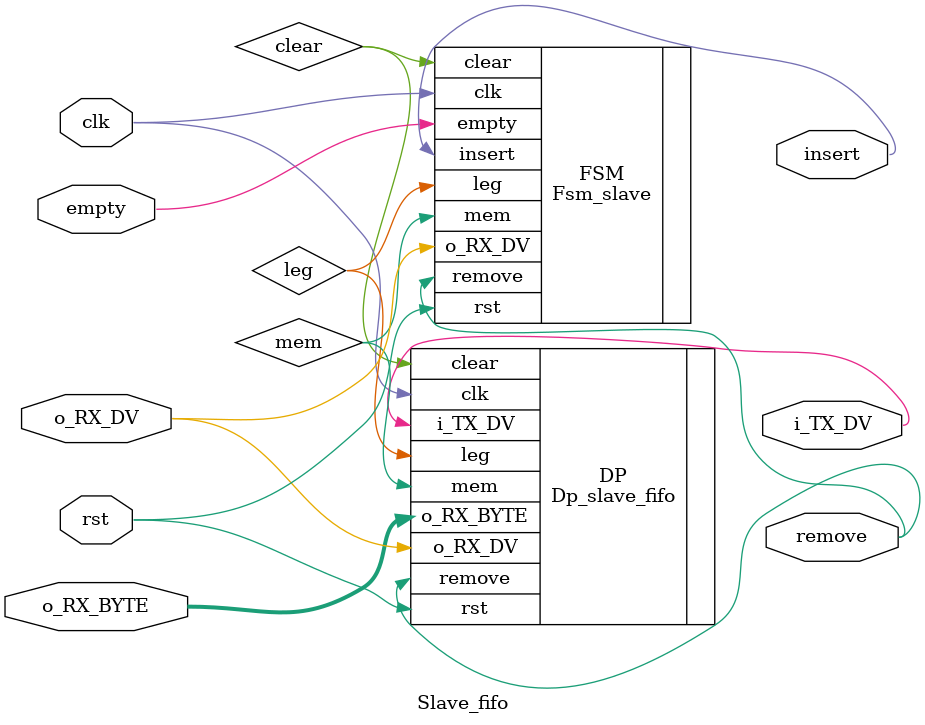
<source format=v>
`timescale 1ns / 1ps

module Slave_fifo(
    input wire clk,rst,
    input wire o_RX_DV, empty,
    input wire [19:0] o_RX_BYTE,
    output wire i_TX_DV, remove, insert
    );
    
    wire mem,leg,clear;
    
    Fsm_slave FSM(.clk(clk),.rst(rst),.mem(mem),.leg(leg),.empty(empty),.clear(clear),.insert(insert),.remove(remove),.o_RX_DV(o_RX_DV));
    Dp_slave_fifo DP(.clk(clk),.rst(rst),.o_RX_DV(o_RX_DV),.o_RX_BYTE(o_RX_BYTE),.clear(clear),.remove(remove),.mem(mem),.leg(leg),.i_TX_DV(i_TX_DV));
    
endmodule

</source>
